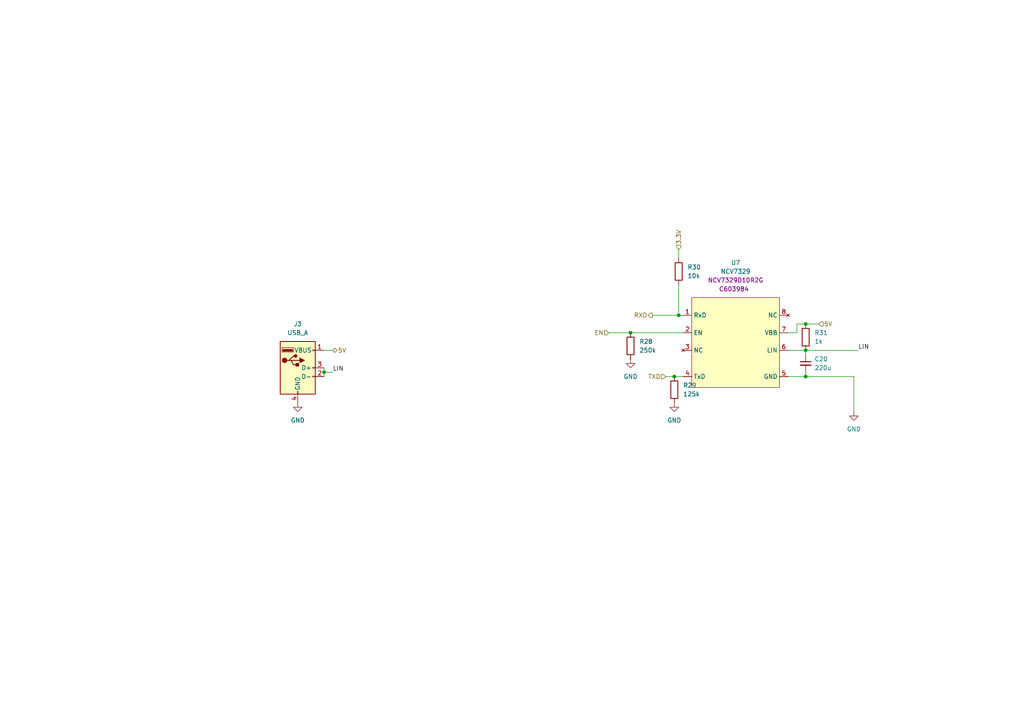
<source format=kicad_sch>
(kicad_sch (version 20231120) (generator "eeschema") (generator_version "8.0")
  (paper "A4")
  (lib_symbols
    (symbol "Connector:USB_A" (pin_names (offset 1.016))
      (property "Reference" "J1" (at 0 12.7 0))
      (property "Value" "USB_A" (at 0 10.16 0))
      (symbol "USB_A_0_1"
        (rectangle (start -5.08 -7.62) (end 5.08 7.62) (stroke (width 0.254)) (fill (type background)))
        (circle (center -3.81 2.159) (radius 0.635) (stroke (width 0.254)) (fill (type outline)))
        (rectangle (start -1.524 4.826) (end -4.318 5.334) (fill (type outline)))
        (rectangle (start -1.27 4.572) (end -4.572 5.842))
        (circle (center -0.635 3.429) (radius 0.381) (stroke (width 0.254)) (fill (type outline)))
        (rectangle (start -0.127 -7.62) (end 0.127 -6.858))
        (polyline (pts (xy -3.175 2.159) (xy -2.54 2.159) (xy -1.27 3.429) (xy -0.635 3.429)) (stroke (width 0.254)))
        (polyline (pts (xy -2.54 2.159) (xy -1.905 2.159) (xy -1.27 0.889) (xy 0 0.889)) (stroke (width 0.254)))
        (polyline (pts (xy 0.635 2.794) (xy 0.635 1.524) (xy 1.905 2.159) (xy 0.635 2.794)) (stroke (width 0.254)) (fill (type outline)))
        (rectangle (start 0.254 1.27) (end -0.508 0.508) (stroke (width 0.254)) (fill (type outline)))
        (rectangle (start 5.08 -2.667) (end 4.318 -2.413))
        (rectangle (start 5.08 -0.127) (end 4.318 0.127))
        (rectangle (start 5.08 4.953) (end 4.318 5.207))
      )
      (symbol "USB_A_1_1"
        (polyline (pts (xy -1.905 2.159) (xy 0.635 2.159)) (stroke (width 0.254)))
        (pin power_in line (at 7.62 5.08 180) (length 2.54) (name "VBUS") (number "1"))
        (pin bidirectional line (at 7.62 -2.54 180) (length 2.54) (name "D-") (number "2"))
        (pin bidirectional line (at 7.62 0 180) (length 2.54) (name "D+") (number "3"))
        (pin power_in line (at 0 -10.16 90) (length 2.54) (name "GND") (number "4"))
      )
    )
    (symbol "Device:C_Small" (pin_numbers hide) (pin_names (offset 0.254) hide)
      (property "Reference" "C" (at 0.254 1.778 0))
      (property "Value" "C_Small" (at 0.254 -2.032 0))
      (symbol "C_Small_0_1"
        (polyline (pts (xy -1.524 -0.508) (xy 1.524 -0.508)) (stroke (width 0.3302)))
        (polyline (pts (xy -1.524 0.508) (xy 1.524 0.508)) (stroke (width 0.3048)))
      )
      (symbol "C_Small_1_1"
        (pin passive line (at 0 2.54 270) (length 2.032) (name "~") (number "1"))
        (pin passive line (at 0 -2.54 90) (length 2.032) (name "~") (number "2"))
      )
    )
    (symbol "Device:R" (pin_numbers hide) (pin_names (offset 0))
      (property "Reference" "R" (at 2.032 0 90))
      (property "Value" "R" (at 0 0 90))
      (symbol "R_0_1"
        (rectangle (start -1.016 -2.54) (end 1.016 2.54) (stroke (width 0.254)))
      )
      (symbol "R_1_1"
        (pin passive line (at 0 3.81 270) (length 1.27) (name "~") (number "1"))
        (pin passive line (at 0 -3.81 90) (length 1.27) (name "~") (number "2"))
      )
    )
    (symbol "Librairie_MB:NCV7329"
      (property "Reference" "U3" (at 0 22.86 0))
      (property "Value" "NCV7329" (at 0 20.32 0))
      (property "MPN" "NCV7329D10R2G" (at 0 17.78 0))
      (property "LCSC" "C603984 " (at 0 15.24 0))
      (symbol "NCV7329_1_1"
        (rectangle (start -12.7 12.7) (end 12.7 -13.335) (fill (type background)))
        (pin output line (at -15.24 7.62 0) (length 2.54) (name "RxD") (number "1"))
        (pin input line (at -15.24 2.54 0) (length 2.54) (name "EN") (number "2"))
        (pin no_connect line (at -15.24 -2.54 0) (length 2.54) (name "NC") (number "3"))
        (pin input line (at -15.24 -10.16 0) (length 2.54) (name "TxD") (number "4"))
        (pin power_in line (at 15.24 -10.16 180) (length 2.54) (name "GND") (number "5"))
        (pin bidirectional line (at 15.24 -2.54 180) (length 2.54) (name "LIN") (number "6"))
        (pin power_in line (at 15.24 2.54 180) (length 2.54) (name "VBB") (number "7"))
        (pin no_connect line (at 15.24 7.62 180) (length 2.54) (name "NC") (number "8"))
      )
    )
    (symbol "power:GND" (power) (pin_numbers hide) (pin_names (offset 0) hide)
      (property "Value" "GND" (at 0 -3.81 0))
      (symbol "GND_0_1"
        (polyline (pts (xy 0 0) (xy 0 -1.27) (xy 1.27 -1.27) (xy 0 -2.54) (xy -1.27 -1.27) (xy 0 -1.27)))
      )
      (symbol "GND_1_1"
        (pin power_in line (at 0 0 270) (length 0) (name "~") (number "1"))
      )
    )
  )
  (junction (at 93.98 107.95))
  (junction (at 233.68 101.6))
  (junction (at 233.68 93.98))
  (junction (at 233.68 109.22))
  (junction (at 182.88 96.52))
  (junction (at 195.58 109.22))
  (junction (at 196.85 91.44))
  (wire (pts (xy 93.98 101.6) (xy 96.52 101.6)))
  (wire (pts (xy 93.98 106.68) (xy 93.98 107.95)))
  (wire (pts (xy 248.92 101.6) (xy 233.68 101.6)))
  (wire (pts (xy 189.23 91.44) (xy 196.85 91.44)))
  (wire (pts (xy 196.85 91.44) (xy 198.12 91.44)))
  (wire (pts (xy 93.98 107.95) (xy 93.98 109.22)))
  (wire (pts (xy 176.53 96.52) (xy 182.88 96.52)))
  (wire (pts (xy 233.68 101.6) (xy 228.6 101.6)))
  (wire (pts (xy 233.68 93.98) (xy 237.49 93.98)))
  (wire (pts (xy 93.98 107.95) (xy 96.52 107.95)))
  (wire (pts (xy 231.14 93.98) (xy 233.68 93.98)))
  (wire (pts (xy 233.68 109.22) (xy 228.6 109.22)))
  (wire (pts (xy 233.68 107.95) (xy 233.68 109.22)))
  (wire (pts (xy 247.65 119.38) (xy 247.65 109.22)))
  (wire (pts (xy 233.68 101.6) (xy 233.68 102.87)))
  (wire (pts (xy 247.65 109.22) (xy 233.68 109.22)))
  (wire (pts (xy 196.85 82.55) (xy 196.85 91.44)))
  (wire (pts (xy 231.14 96.52) (xy 231.14 93.98)))
  (wire (pts (xy 195.58 109.22) (xy 198.12 109.22)))
  (wire (pts (xy 196.85 72.39) (xy 196.85 74.93)))
  (wire (pts (xy 193.04 109.22) (xy 195.58 109.22)))
  (wire (pts (xy 228.6 96.52) (xy 231.14 96.52)))
  (wire (pts (xy 182.88 96.52) (xy 198.12 96.52)))
  (label "LIN" (at 96.52 107.95 0))
  (label "LIN" (at 248.92 101.6 0))
  (hierarchical_label "5V" (shape input) (at 237.49 93.98 0))
  (hierarchical_label "5V" (shape bidirectional) (at 96.52 101.6 0))
  (hierarchical_label "RXD" (shape output) (at 189.23 91.44 180))
  (hierarchical_label "TXD" (shape input) (at 193.04 109.22 180))
  (hierarchical_label "3.3V" (shape input) (at 196.85 72.39 90))
  (hierarchical_label "EN" (shape input) (at 176.53 96.52 180))
  (symbol (lib_id "power:GND") (at 182.88 104.14 0) (unit 1)
    (property "Reference" "#PWR041" (effects (hide yes)))
    (property "Value" "GND" (at 182.88 109.22 0))
    (property "Description" "Power symbol creates a global label with name \"GND\" , ground" (effects (hide yes)))
  )
  (symbol (lib_id "power:GND") (at 195.58 116.84 0) (unit 1)
    (property "Reference" "#PWR042" (effects (hide yes)))
    (property "Value" "GND" (at 195.58 121.92 0))
    (property "Description" "Power symbol creates a global label with name \"GND\" , ground" (effects (hide yes)))
  )
  (symbol (lib_id "Device:R") (at 196.85 78.74 0) (unit 1)
    (property "Reference" "R30" (at 199.39 77.4699 0) (effects (justify left)))
    (property "Value" "10k" (at 199.39 80.0099 0) (effects (justify left)))
    (property "Description" "Resistor" (effects (hide yes)))
  )
  (symbol (lib_id "Device:R") (at 195.58 113.03 0) (unit 1)
    (property "Reference" "R29" (at 198.12 111.7599 0) (effects (justify left)))
    (property "Value" "125k" (at 198.12 114.2999 0) (effects (justify left)))
    (property "Description" "Resistor" (effects (hide yes)))
  )
  (symbol (lib_id "power:GND") (at 247.65 119.38 0) (unit 1)
    (property "Reference" "#PWR043" (effects (hide yes)))
    (property "Value" "GND" (at 247.65 124.46 0))
    (property "Description" "Power symbol creates a global label with name \"GND\" , ground" (effects (hide yes)))
  )
  (symbol (lib_id "Connector:USB_A") (at 86.36 106.68 0) (unit 1)
    (property "Reference" "J3" (at 86.36 93.98 0))
    (property "Value" "USB_A" (at 86.36 96.52 0))
    (property "Footprint" "Librairie_MB:USB_A_Femelle" (effects (hide yes)))
    (property "Datasheet" "https://www.lcsc.com/datasheet/lcsc_datasheet_2103011233_Jing-Extension-of-the-Electronic-Co--908-371A1011D10100_C42576.pdf" (effects (hide yes)))
    (property "Description" "USB Type A connector" (effects (hide yes)))
    (property "MPN" "  908-371A1011D10100" (effects (hide yes)))
    (property "LCSC" "  C42576" (effects (hide yes)))
  )
  (symbol (lib_id "Device:R") (at 182.88 100.33 0) (unit 1)
    (property "Reference" "R28" (at 185.42 99.0599 0) (effects (justify left)))
    (property "Value" "250k" (at 185.42 101.5999 0) (effects (justify left)))
    (property "Description" "Resistor" (effects (hide yes)))
  )
  (symbol (lib_id "Device:C_Small") (at 233.68 105.41 0) (unit 1)
    (property "Reference" "C20" (at 236.22 104.1462 0) (effects (justify left)))
    (property "Value" "220u" (at 236.22 106.6862 0) (effects (justify left)))
    (property "Description" "Unpolarized capacitor, small symbol" (effects (hide yes)))
  )
  (symbol (lib_id "power:GND") (at 86.36 116.84 0) (unit 1)
    (property "Reference" "#PWR040" (effects (hide yes)))
    (property "Value" "GND" (at 86.36 121.92 0))
    (property "Description" "Power symbol creates a global label with name \"GND\" , ground" (effects (hide yes)))
  )
  (symbol (lib_id "Librairie_MB:NCV7329") (at 213.36 99.06 0) (unit 1)
    (property "Reference" "U7" (at 213.36 76.2 0))
    (property "Value" "NCV7329" (at 213.36 78.74 0))
    (property "Footprint" "Librairie_MB:NCV7329" (effects (hide yes)))
    (property "Datasheet" "https://www.lcsc.com/datasheet/lcsc_datasheet_2210210000_onsemi-NCV7329D10R2G_C603984.pdf" (effects (hide yes)))
    (property "Description" "LIN Trans/receiver" (effects (hide yes)))
    (property "MPN" "NCV7329D10R2G" (at 213.36 81.28 0))
    (property "LCSC" "C603984 " (at 213.36 83.82 0))
  )
  (symbol (lib_id "Device:R") (at 233.68 97.79 0) (unit 1)
    (property "Reference" "R31" (at 236.22 96.5199 0) (effects (justify left)))
    (property "Value" "1k" (at 236.22 99.0599 0) (effects (justify left)))
    (property "Description" "Resistor" (effects (hide yes)))
  )
)
</source>
